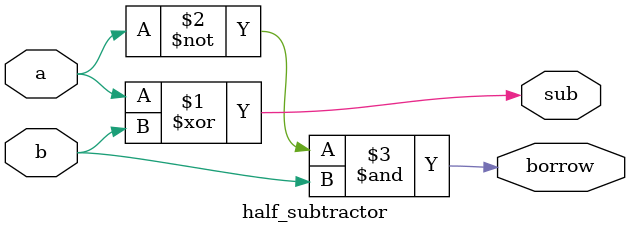
<source format=v>
module half_subtractor(input a,b, output sub,borrow);

assign sub=a^b;
assign borrow=(~a&b);

endmodule 
</source>
